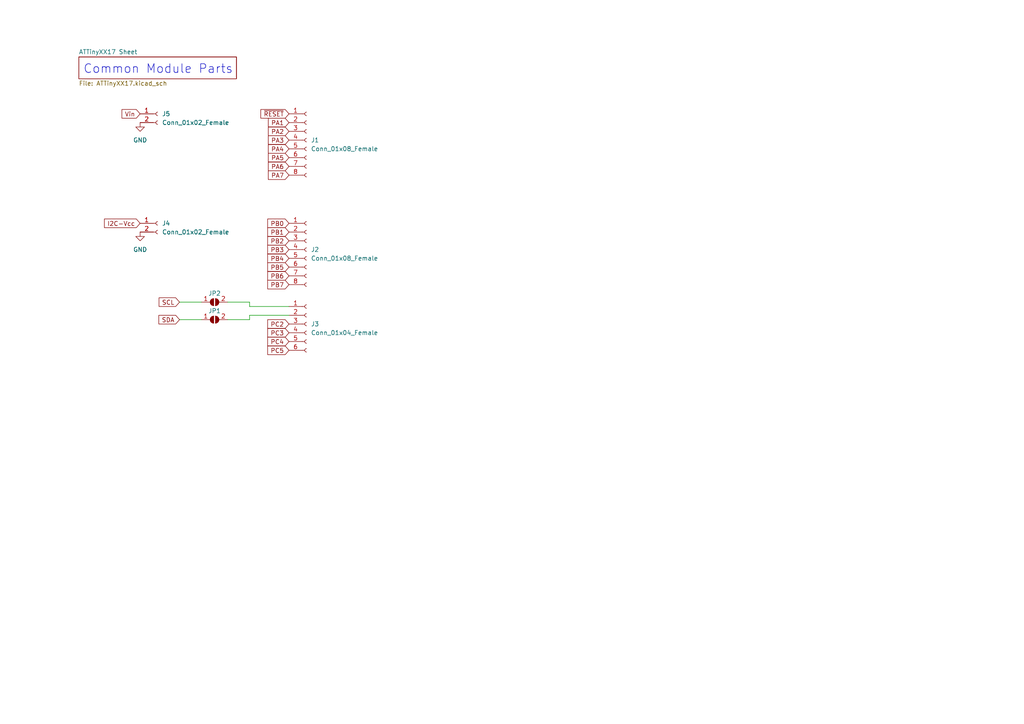
<source format=kicad_sch>
(kicad_sch (version 20211123) (generator eeschema)
  (paper "A4")
  (title_block (title "ATTiny Breakout Module") (date "2024-03-20") (rev "0.0.0") (company "S. A. Miller"))
  (lib_symbols
    (symbol "Connector:Conn_01x02_Female" (pin_names (offset 1.016) hide)
      (property "Reference" "J" (at 0 2.54 0))
      (property "Value" "Conn_01x02_Female" (at 0 -5.08 0))
      (symbol "Conn_01x02_Female_1_1"
        (arc (start 0 -2.032) (mid -0.508 -2.54) (end 0 -3.048) (stroke (width 0.1524)))
        (polyline (pts (xy -1.27 -2.54) (xy -0.508 -2.54)) (stroke (width 0.1524)))
        (polyline (pts (xy -1.27 0) (xy -0.508 0)) (stroke (width 0.1524)))
        (arc (start 0 0.508) (mid -0.508 0) (end 0 -0.508) (stroke (width 0.1524)))
        (pin passive line (at -5.08 0 0) (length 3.81) (name "Pin_1") (number "1"))
        (pin passive line (at -5.08 -2.54 0) (length 3.81) (name "Pin_2") (number "2"))
      )
    )
    (symbol "Connector:Conn_01x06_Female" (pin_names (offset 1.016) hide)
      (property "Reference" "J" (at 0 7.62 0))
      (property "Value" "Conn_01x06_Female" (at 0 -10.16 0))
      (symbol "Conn_01x06_Female_1_1"
        (arc (start 0 -7.112) (mid -0.508 -7.62) (end 0 -8.128) (stroke (width 0.1524)))
        (arc (start 0 -4.572) (mid -0.508 -5.08) (end 0 -5.588) (stroke (width 0.1524)))
        (arc (start 0 -2.032) (mid -0.508 -2.54) (end 0 -3.048) (stroke (width 0.1524)))
        (polyline (pts (xy -1.27 -7.62) (xy -0.508 -7.62)) (stroke (width 0.1524)))
        (polyline (pts (xy -1.27 -5.08) (xy -0.508 -5.08)) (stroke (width 0.1524)))
        (polyline (pts (xy -1.27 -2.54) (xy -0.508 -2.54)) (stroke (width 0.1524)))
        (polyline (pts (xy -1.27 0) (xy -0.508 0)) (stroke (width 0.1524)))
        (polyline (pts (xy -1.27 2.54) (xy -0.508 2.54)) (stroke (width 0.1524)))
        (polyline (pts (xy -1.27 5.08) (xy -0.508 5.08)) (stroke (width 0.1524)))
        (arc (start 0 0.508) (mid -0.508 0) (end 0 -0.508) (stroke (width 0.1524)))
        (arc (start 0 3.048) (mid -0.508 2.54) (end 0 2.032) (stroke (width 0.1524)))
        (arc (start 0 5.588) (mid -0.508 5.08) (end 0 4.572) (stroke (width 0.1524)))
        (pin passive line (at -5.08 5.08 0) (length 3.81) (name "Pin_1") (number "1"))
        (pin passive line (at -5.08 2.54 0) (length 3.81) (name "Pin_2") (number "2"))
        (pin passive line (at -5.08 0 0) (length 3.81) (name "Pin_3") (number "3"))
        (pin passive line (at -5.08 -2.54 0) (length 3.81) (name "Pin_4") (number "4"))
        (pin passive line (at -5.08 -5.08 0) (length 3.81) (name "Pin_5") (number "5"))
        (pin passive line (at -5.08 -7.62 0) (length 3.81) (name "Pin_6") (number "6"))
      )
    )
    (symbol "Connector:Conn_01x08_Female" (pin_names (offset 1.016) hide)
      (property "Reference" "J" (at 0 10.16 0))
      (property "Value" "Conn_01x08_Female" (at 0 -12.7 0))
      (symbol "Conn_01x08_Female_1_1"
        (arc (start 0 -9.652) (mid -0.508 -10.16) (end 0 -10.668) (stroke (width 0.1524)))
        (arc (start 0 -7.112) (mid -0.508 -7.62) (end 0 -8.128) (stroke (width 0.1524)))
        (arc (start 0 -4.572) (mid -0.508 -5.08) (end 0 -5.588) (stroke (width 0.1524)))
        (arc (start 0 -2.032) (mid -0.508 -2.54) (end 0 -3.048) (stroke (width 0.1524)))
        (polyline (pts (xy -1.27 -10.16) (xy -0.508 -10.16)) (stroke (width 0.1524)))
        (polyline (pts (xy -1.27 -7.62) (xy -0.508 -7.62)) (stroke (width 0.1524)))
        (polyline (pts (xy -1.27 -5.08) (xy -0.508 -5.08)) (stroke (width 0.1524)))
        (polyline (pts (xy -1.27 -2.54) (xy -0.508 -2.54)) (stroke (width 0.1524)))
        (polyline (pts (xy -1.27 0) (xy -0.508 0)) (stroke (width 0.1524)))
        (polyline (pts (xy -1.27 2.54) (xy -0.508 2.54)) (stroke (width 0.1524)))
        (polyline (pts (xy -1.27 5.08) (xy -0.508 5.08)) (stroke (width 0.1524)))
        (polyline (pts (xy -1.27 7.62) (xy -0.508 7.62)) (stroke (width 0.1524)))
        (arc (start 0 0.508) (mid -0.508 0) (end 0 -0.508) (stroke (width 0.1524)))
        (arc (start 0 3.048) (mid -0.508 2.54) (end 0 2.032) (stroke (width 0.1524)))
        (arc (start 0 5.588) (mid -0.508 5.08) (end 0 4.572) (stroke (width 0.1524)))
        (arc (start 0 8.128) (mid -0.508 7.62) (end 0 7.112) (stroke (width 0.1524)))
        (pin passive line (at -5.08 7.62 0) (length 3.81) (name "Pin_1") (number "1"))
        (pin passive line (at -5.08 5.08 0) (length 3.81) (name "Pin_2") (number "2"))
        (pin passive line (at -5.08 2.54 0) (length 3.81) (name "Pin_3") (number "3"))
        (pin passive line (at -5.08 0 0) (length 3.81) (name "Pin_4") (number "4"))
        (pin passive line (at -5.08 -2.54 0) (length 3.81) (name "Pin_5") (number "5"))
        (pin passive line (at -5.08 -5.08 0) (length 3.81) (name "Pin_6") (number "6"))
        (pin passive line (at -5.08 -7.62 0) (length 3.81) (name "Pin_7") (number "7"))
        (pin passive line (at -5.08 -10.16 0) (length 3.81) (name "Pin_8") (number "8"))
      )
    )
    (symbol "Jumper:SolderJumper_2_Open" (pin_names (offset 0) hide)
      (property "Reference" "JP" (at 0 2.032 0))
      (property "Value" "SolderJumper_2_Open" (at 0 -2.54 0))
      (symbol "SolderJumper_2_Open_0_1"
        (arc (start -0.254 1.016) (mid -1.27 0) (end -0.254 -1.016))
        (arc (start -0.254 1.016) (mid -1.27 0) (end -0.254 -1.016) (fill (type outline)))
        (polyline (pts (xy -0.254 1.016) (xy -0.254 -1.016)))
        (polyline (pts (xy 0.254 1.016) (xy 0.254 -1.016)))
        (arc (start 0.254 -1.016) (mid 1.27 0) (end 0.254 1.016))
        (arc (start 0.254 -1.016) (mid 1.27 0) (end 0.254 1.016) (fill (type outline)))
      )
      (symbol "SolderJumper_2_Open_1_1"
        (pin passive line (at -3.81 0 0) (length 2.54) (name "A") (number "1"))
        (pin passive line (at 3.81 0 180) (length 2.54) (name "B") (number "2"))
      )
    )
    (symbol "power:GND" (power) (pin_names (offset 0))
      (property "Value" "GND" (at 0 -3.81 0))
      (symbol "GND_0_1"
        (polyline (pts (xy 0 0) (xy 0 -1.27) (xy 1.27 -1.27) (xy 0 -2.54) (xy -1.27 -1.27) (xy 0 -1.27)))
      )
      (symbol "GND_1_1"
        (pin power_in line (at 0 0 270) (length 0) hide (name "GND") (number "1"))
      )
    )
  )
  (wire (pts (xy 52.07 92.71) (xy 58.42 92.71)))
  (wire (pts (xy 52.07 87.63) (xy 58.42 87.63)))
  (wire (pts (xy 72.39 91.44) (xy 72.39 92.71)))
  (wire (pts (xy 72.39 87.63) (xy 66.04 87.63)))
  (wire (pts (xy 83.82 88.9) (xy 72.39 88.9)))
  (wire (pts (xy 72.39 88.9) (xy 72.39 87.63)))
  (wire (pts (xy 83.82 91.44) (xy 72.39 91.44)))
  (wire (pts (xy 72.39 92.71) (xy 66.04 92.71)))
  (text "Common Module Parts" (at 24.13 21.59 0) (effects (font (size 2.54 2.54)) (justify left bottom)))
  (global_label "PA5" (shape input) (at 83.82 45.72 180) (property "Intersheet References" "${INTERSHEET_REFS}" (effects hide)))
  (global_label "PB2" (shape input) (at 83.82 69.85 180) (property "Intersheet References" "${INTERSHEET_REFS}" (effects hide)))
  (global_label "PB5" (shape input) (at 83.82 77.47 180) (property "Intersheet References" "${INTERSHEET_REFS}" (effects hide)))
  (global_label "PC4" (shape input) (at 83.82 99.06 180) (property "Intersheet References" "${INTERSHEET_REFS}" (effects hide)))
  (global_label "PB1" (shape input) (at 83.82 67.31 180) (property "Intersheet References" "${INTERSHEET_REFS}" (effects hide)))
  (global_label "PA1" (shape input) (at 83.82 35.56 180) (property "Intersheet References" "${INTERSHEET_REFS}" (effects hide)))
  (global_label "PC2" (shape input) (at 83.82 93.98 180) (property "Intersheet References" "${INTERSHEET_REFS}" (effects hide)))
  (global_label "~{RESET}" (shape input) (at 83.82 33.02 180) (property "Intersheet References" "${INTERSHEET_REFS}" (effects hide)))
  (global_label "PA6" (shape input) (at 83.82 48.26 180) (property "Intersheet References" "${INTERSHEET_REFS}" (effects hide)))
  (global_label "PB7" (shape input) (at 83.82 82.55 180) (property "Intersheet References" "${INTERSHEET_REFS}" (effects hide)))
  (global_label "SCL" (shape input) (at 52.07 87.63 180) (property "Intersheet References" "${INTERSHEET_REFS}" (effects hide)))
  (global_label "PA4" (shape input) (at 83.82 43.18 180) (property "Intersheet References" "${INTERSHEET_REFS}" (effects hide)))
  (global_label "PC5" (shape input) (at 83.82 101.6 180) (property "Intersheet References" "${INTERSHEET_REFS}" (effects hide)))
  (global_label "PA3" (shape input) (at 83.82 40.64 180) (property "Intersheet References" "${INTERSHEET_REFS}" (effects hide)))
  (global_label "I2C-Vcc" (shape input) (at 40.64 64.77 180) (property "Intersheet References" "${INTERSHEET_REFS}" (effects hide)))
  (global_label "PC3" (shape input) (at 83.82 96.52 180) (property "Intersheet References" "${INTERSHEET_REFS}" (effects hide)))
  (global_label "PA2" (shape input) (at 83.82 38.1 180) (property "Intersheet References" "${INTERSHEET_REFS}" (effects hide)))
  (global_label "PB3" (shape input) (at 83.82 72.39 180) (property "Intersheet References" "${INTERSHEET_REFS}" (effects hide)))
  (global_label "Vin" (shape input) (at 40.64 33.02 180) (property "Intersheet References" "${INTERSHEET_REFS}" (effects hide)))
  (global_label "PA7" (shape input) (at 83.82 50.8 180) (property "Intersheet References" "${INTERSHEET_REFS}" (effects hide)))
  (global_label "PB4" (shape input) (at 83.82 74.93 180) (property "Intersheet References" "${INTERSHEET_REFS}" (effects hide)))
  (global_label "PB6" (shape input) (at 83.82 80.01 180) (property "Intersheet References" "${INTERSHEET_REFS}" (effects hide)))
  (global_label "PB0" (shape input) (at 83.82 64.77 180) (property "Intersheet References" "${INTERSHEET_REFS}" (effects hide)))
  (global_label "SDA" (shape input) (at 52.07 92.71 180) (property "Intersheet References" "${INTERSHEET_REFS}" (effects hide)))
  (symbol (lib_id "Jumper:SolderJumper_2_Open") (at 62.23 87.63 0) (unit 1)
    (property "Reference" "JP2" (at 62.23 85.09 0))
    (property "Value" "SolderJumper_2_Open" (effects hide))
    (property "Footprint" "Jumper:SolderJumper-2_P1.3mm_Open_RoundedPad1.0x1.5mm" (effects hide))
  )
  (symbol (lib_id "power:GND") (at 40.64 67.31 0) (unit 1)
    (property "Reference" "#PWR0104" (effects hide))
    (property "Value" "GND" (at 40.64 72.39 0))
  )
  (symbol (lib_id "Connector:Conn_01x02_Female") (at 45.72 33.02 0) (unit 1)
    (property "Reference" "J5" (at 46.99 33.0199 0) (effects (justify left)))
    (property "Value" "Conn_01x02_Female" (at 46.99 35.5599 0) (effects (justify left)))
    (property "Footprint" "Connector_PinSocket_2.54mm:PinSocket_1x02_P2.54mm_Vertical" (effects hide))
  )
  (symbol (lib_id "Connector:Conn_01x02_Female") (at 45.72 64.77 0) (unit 1)
    (property "Reference" "J4" (at 46.99 64.7699 0) (effects (justify left)))
    (property "Value" "Conn_01x02_Female" (at 46.99 67.3099 0) (effects (justify left)))
    (property "Footprint" "Connector_PinSocket_2.54mm:PinSocket_1x02_P2.54mm_Vertical" (effects hide))
  )
  (symbol (lib_id "Jumper:SolderJumper_2_Open") (at 62.23 92.71 0) (unit 1)
    (property "Reference" "JP1" (at 62.23 90.17 0))
    (property "Value" "SolderJumper_2_Open" (effects hide))
    (property "Footprint" "Jumper:SolderJumper-2_P1.3mm_Open_RoundedPad1.0x1.5mm" (effects hide))
  )
  (symbol (lib_id "Connector:Conn_01x08_Female") (at 88.9 40.64 0) (unit 1)
    (property "Reference" "J1" (at 90.17 40.6399 0) (effects (justify left)))
    (property "Value" "Conn_01x08_Female" (at 90.17 43.1799 0) (effects (justify left)))
    (property "Footprint" "Connector_PinSocket_2.54mm:PinSocket_1x08_P2.54mm_Vertical" (effects hide))
  )
  (symbol (lib_id "Connector:Conn_01x06_Female") (at 88.9 93.98 0) (unit 1)
    (property "Reference" "J3" (at 90.17 93.9799 0) (effects (justify left)))
    (property "Value" "Conn_01x04_Female" (at 90.17 96.5199 0) (effects (justify left)))
    (property "Footprint" "Connector_PinSocket_2.54mm:PinSocket_1x06_P2.54mm_Vertical" (effects hide))
  )
  (symbol (lib_id "power:GND") (at 40.64 35.56 0) (unit 1)
    (property "Reference" "#PWR0105" (effects hide))
    (property "Value" "GND" (at 40.64 40.64 0))
  )
  (symbol (lib_id "Connector:Conn_01x08_Female") (at 88.9 72.39 0) (unit 1)
    (property "Reference" "J2" (at 90.17 72.3899 0) (effects (justify left)))
    (property "Value" "Conn_01x08_Female" (at 90.17 74.9299 0) (effects (justify left)))
    (property "Footprint" "Connector_PinSocket_2.54mm:PinSocket_1x08_P2.54mm_Vertical" (effects hide))
  )
  (sheet (at 22.86 16.51) (size 45.72 6.35) (stroke (width 0.1524))
    (property "Sheet name" "ATTinyXX17 Sheet" (at 22.86 15.7984 0) (effects (justify left bottom)))
    (property "Sheet file" "ATTinyXX17.kicad_sch" (at 22.86 23.4446 0) (effects (justify left top)))
  )
)
</source>
